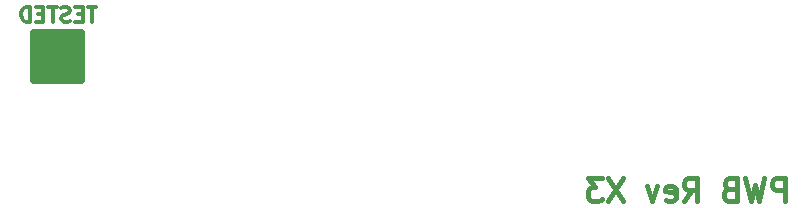
<source format=gbo>
G04 #@! TF.FileFunction,Legend,Bot*
%FSLAX46Y46*%
G04 Gerber Fmt 4.6, Leading zero omitted, Abs format (unit mm)*
G04 Created by KiCad (PCBNEW (after 2015-mar-04 BZR unknown)-product) date 5/17/2015 1:35:56 PM*
%MOMM*%
G01*
G04 APERTURE LIST*
%ADD10C,0.150000*%
%ADD11C,0.381000*%
%ADD12C,0.650000*%
%ADD13C,0.317500*%
G04 APERTURE END LIST*
D10*
D11*
X78126429Y-102555786D02*
X78126429Y-100650786D01*
X77400714Y-100650786D01*
X77219286Y-100741500D01*
X77128571Y-100832214D01*
X77037857Y-101013643D01*
X77037857Y-101285786D01*
X77128571Y-101467214D01*
X77219286Y-101557929D01*
X77400714Y-101648643D01*
X78126429Y-101648643D01*
X76402857Y-100650786D02*
X75949286Y-102555786D01*
X75586429Y-101195071D01*
X75223571Y-102555786D01*
X74770000Y-100650786D01*
X73409286Y-101557929D02*
X73137143Y-101648643D01*
X73046428Y-101739357D01*
X72955714Y-101920786D01*
X72955714Y-102192929D01*
X73046428Y-102374357D01*
X73137143Y-102465071D01*
X73318571Y-102555786D01*
X74044286Y-102555786D01*
X74044286Y-100650786D01*
X73409286Y-100650786D01*
X73227857Y-100741500D01*
X73137143Y-100832214D01*
X73046428Y-101013643D01*
X73046428Y-101195071D01*
X73137143Y-101376500D01*
X73227857Y-101467214D01*
X73409286Y-101557929D01*
X74044286Y-101557929D01*
X69599285Y-102555786D02*
X70234285Y-101648643D01*
X70687857Y-102555786D02*
X70687857Y-100650786D01*
X69962142Y-100650786D01*
X69780714Y-100741500D01*
X69689999Y-100832214D01*
X69599285Y-101013643D01*
X69599285Y-101285786D01*
X69689999Y-101467214D01*
X69780714Y-101557929D01*
X69962142Y-101648643D01*
X70687857Y-101648643D01*
X68057142Y-102465071D02*
X68238571Y-102555786D01*
X68601428Y-102555786D01*
X68782857Y-102465071D01*
X68873571Y-102283643D01*
X68873571Y-101557929D01*
X68782857Y-101376500D01*
X68601428Y-101285786D01*
X68238571Y-101285786D01*
X68057142Y-101376500D01*
X67966428Y-101557929D01*
X67966428Y-101739357D01*
X68873571Y-101920786D01*
X67331428Y-101285786D02*
X66877857Y-102555786D01*
X66424285Y-101285786D01*
X64428570Y-100650786D02*
X63158570Y-102555786D01*
X63158570Y-100650786D02*
X64428570Y-102555786D01*
X62614284Y-100650786D02*
X61434998Y-100650786D01*
X62069998Y-101376500D01*
X61797856Y-101376500D01*
X61616427Y-101467214D01*
X61525713Y-101557929D01*
X61434998Y-101739357D01*
X61434998Y-102192929D01*
X61525713Y-102374357D01*
X61616427Y-102465071D01*
X61797856Y-102555786D01*
X62342141Y-102555786D01*
X62523570Y-102465071D01*
X62614284Y-102374357D01*
D12*
X14576000Y-88330000D02*
X18576000Y-88330000D01*
X18576000Y-88330000D02*
X18576000Y-92330000D01*
X18576000Y-92330000D02*
X14576000Y-92330000D01*
X14576000Y-92330000D02*
X14576000Y-88330000D01*
X14576000Y-88330000D02*
X14576000Y-88830000D01*
X14576000Y-88830000D02*
X18576000Y-88830000D01*
X18576000Y-88830000D02*
X18576000Y-89330000D01*
X18576000Y-89330000D02*
X14576000Y-89330000D01*
X14576000Y-89330000D02*
X14576000Y-89830000D01*
X14576000Y-89830000D02*
X18576000Y-89830000D01*
X18576000Y-89830000D02*
X18576000Y-90330000D01*
X18576000Y-90330000D02*
X14576000Y-90330000D01*
X14576000Y-90330000D02*
X14576000Y-90830000D01*
X14576000Y-90830000D02*
X18076000Y-90830000D01*
X18076000Y-90830000D02*
X18576000Y-90830000D01*
X18576000Y-90830000D02*
X18576000Y-91330000D01*
X18576000Y-91330000D02*
X14576000Y-91330000D01*
X14576000Y-91330000D02*
X14576000Y-91830000D01*
X14576000Y-91830000D02*
X18576000Y-91830000D01*
D13*
X19811477Y-86134524D02*
X19085762Y-86134524D01*
X19448619Y-87404524D02*
X19448619Y-86134524D01*
X18662429Y-86739286D02*
X18239096Y-86739286D01*
X18057667Y-87404524D02*
X18662429Y-87404524D01*
X18662429Y-86134524D01*
X18057667Y-86134524D01*
X17573857Y-87344048D02*
X17392429Y-87404524D01*
X17090048Y-87404524D01*
X16969095Y-87344048D01*
X16908619Y-87283571D01*
X16848143Y-87162619D01*
X16848143Y-87041667D01*
X16908619Y-86920714D01*
X16969095Y-86860238D01*
X17090048Y-86799762D01*
X17331952Y-86739286D01*
X17452905Y-86678810D01*
X17513381Y-86618333D01*
X17573857Y-86497381D01*
X17573857Y-86376429D01*
X17513381Y-86255476D01*
X17452905Y-86195000D01*
X17331952Y-86134524D01*
X17029572Y-86134524D01*
X16848143Y-86195000D01*
X16485286Y-86134524D02*
X15759571Y-86134524D01*
X16122428Y-87404524D02*
X16122428Y-86134524D01*
X15336238Y-86739286D02*
X14912905Y-86739286D01*
X14731476Y-87404524D02*
X15336238Y-87404524D01*
X15336238Y-86134524D01*
X14731476Y-86134524D01*
X14187190Y-87404524D02*
X14187190Y-86134524D01*
X13884809Y-86134524D01*
X13703381Y-86195000D01*
X13582428Y-86315952D01*
X13521952Y-86436905D01*
X13461476Y-86678810D01*
X13461476Y-86860238D01*
X13521952Y-87102143D01*
X13582428Y-87223095D01*
X13703381Y-87344048D01*
X13884809Y-87404524D01*
X14187190Y-87404524D01*
M02*

</source>
